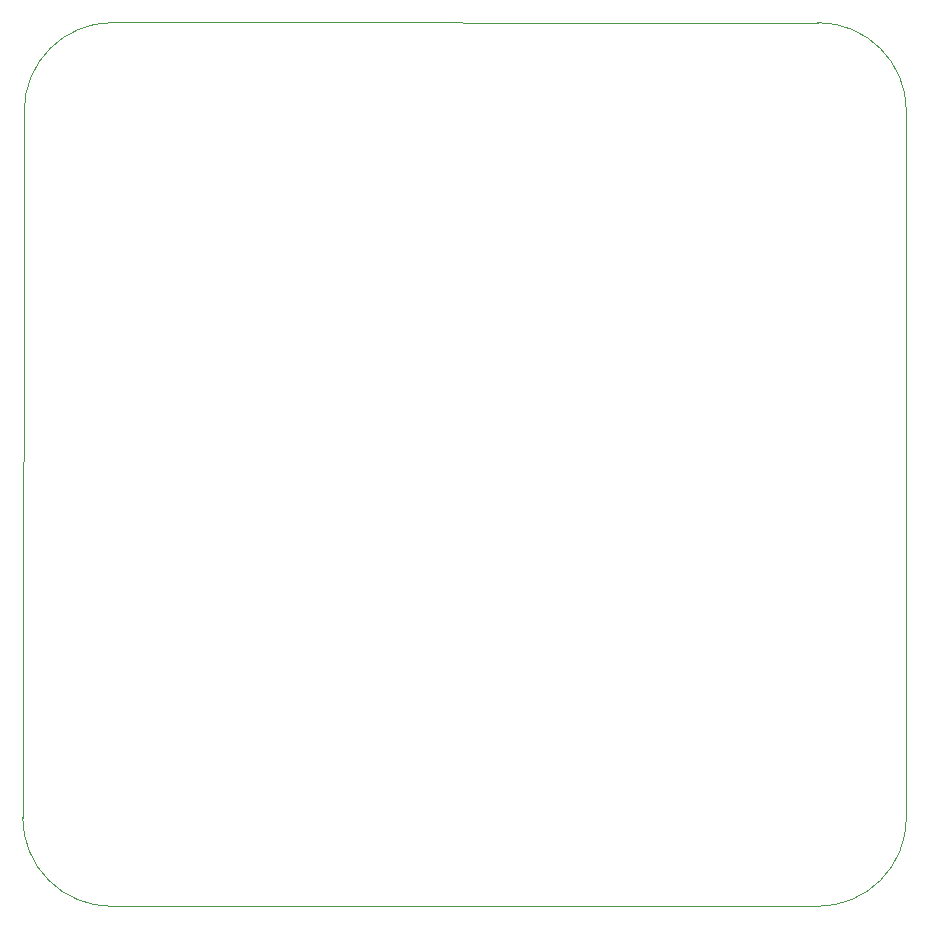
<source format=gbr>
%TF.GenerationSoftware,KiCad,Pcbnew,8.0.3-8.0.3-0~ubuntu22.04.1*%
%TF.CreationDate,2024-06-17T20:55:49-07:00*%
%TF.ProjectId,A1-FlightComputer,41312d46-6c69-4676-9874-436f6d707574,rev?*%
%TF.SameCoordinates,Original*%
%TF.FileFunction,Profile,NP*%
%FSLAX46Y46*%
G04 Gerber Fmt 4.6, Leading zero omitted, Abs format (unit mm)*
G04 Created by KiCad (PCBNEW 8.0.3-8.0.3-0~ubuntu22.04.1) date 2024-06-17 20:55:49*
%MOMM*%
%LPD*%
G01*
G04 APERTURE LIST*
%TA.AperFunction,Profile*%
%ADD10C,0.100000*%
%TD*%
G04 APERTURE END LIST*
D10*
X127678001Y-116577999D02*
G75*
G02*
X120178001Y-109077999I-1J7499999D01*
G01*
X187499999Y-116577999D02*
X127678001Y-116577999D01*
X127800000Y-41750000D02*
X187499999Y-41756001D01*
X194999999Y-109077999D02*
G75*
G02*
X187499999Y-116577999I-7499999J-1D01*
G01*
X120178001Y-109077999D02*
X120300000Y-49250000D01*
X187499999Y-41756001D02*
G75*
G02*
X194999999Y-49256001I1J-7499999D01*
G01*
X120300000Y-49250000D02*
G75*
G02*
X127800000Y-41750000I7500000J0D01*
G01*
X194999999Y-49256001D02*
X194999999Y-109077999D01*
M02*

</source>
